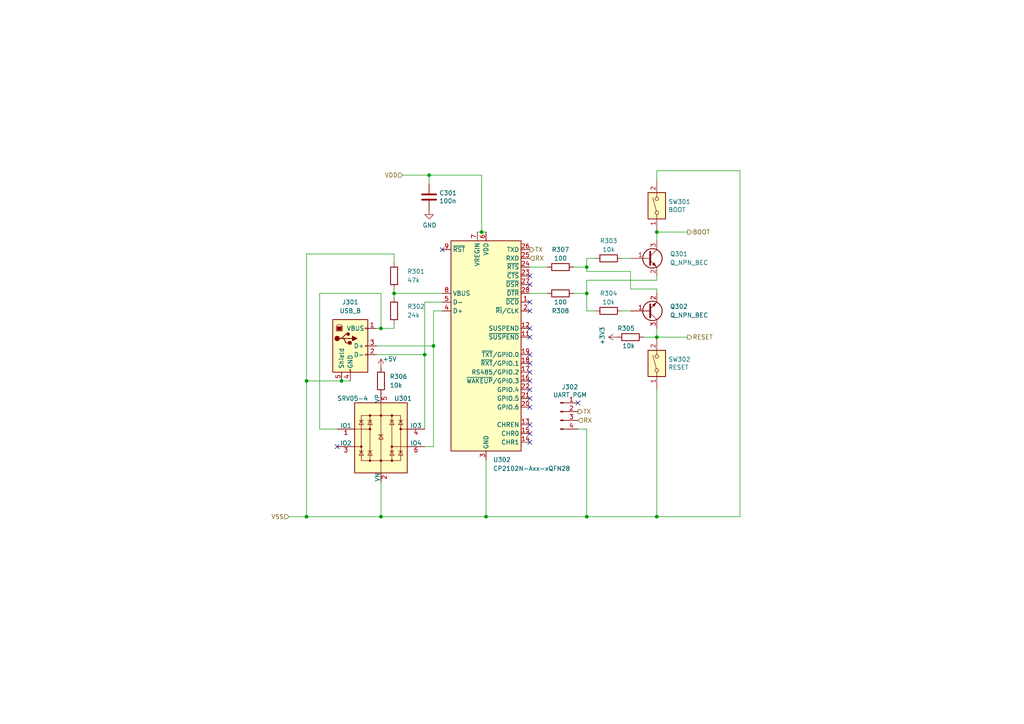
<source format=kicad_sch>
(kicad_sch (version 20211123) (generator eeschema)
  (paper "A4")
  (lib_symbols
    (symbol "Connector:Conn_01x04_Male" (pin_names (offset 1.016) hide)
      (property "Reference" "J" (at 0 5.08 0))
      (property "Value" "Conn_01x04_Male" (at 0 -7.62 0))
      (symbol "Conn_01x04_Male_1_1"
        (polyline (pts (xy 1.27 -5.08) (xy 0.8636 -5.08)) (stroke (width 0.1524)))
        (polyline (pts (xy 1.27 -2.54) (xy 0.8636 -2.54)) (stroke (width 0.1524)))
        (polyline (pts (xy 1.27 0) (xy 0.8636 0)) (stroke (width 0.1524)))
        (polyline (pts (xy 1.27 2.54) (xy 0.8636 2.54)) (stroke (width 0.1524)))
        (rectangle (start 0.8636 -4.953) (end 0 -5.207) (stroke (width 0.1524)) (fill (type outline)))
        (rectangle (start 0.8636 -2.413) (end 0 -2.667) (stroke (width 0.1524)) (fill (type outline)))
        (rectangle (start 0.8636 0.127) (end 0 -0.127) (stroke (width 0.1524)) (fill (type outline)))
        (rectangle (start 0.8636 2.667) (end 0 2.413) (stroke (width 0.1524)) (fill (type outline)))
        (pin passive line (at 5.08 2.54 180) (length 3.81) (name "Pin_1") (number "1"))
        (pin passive line (at 5.08 0 180) (length 3.81) (name "Pin_2") (number "2"))
        (pin passive line (at 5.08 -2.54 180) (length 3.81) (name "Pin_3") (number "3"))
        (pin passive line (at 5.08 -5.08 180) (length 3.81) (name "Pin_4") (number "4"))
      )
    )
    (symbol "Connector:USB_B" (pin_names (offset 1.016))
      (property "Reference" "J" (at -5.08 11.43 0))
      (property "Value" "USB_B" (at -5.08 8.89 0))
      (symbol "USB_B_0_1"
        (rectangle (start -5.08 -7.62) (end 5.08 7.62) (stroke (width 0.254)) (fill (type background)))
        (circle (center -3.81 2.159) (radius 0.635) (stroke (width 0.254)) (fill (type outline)))
        (rectangle (start -3.81 5.588) (end -2.54 4.572) (fill (type outline)))
        (circle (center -0.635 3.429) (radius 0.381) (stroke (width 0.254)) (fill (type outline)))
        (rectangle (start -0.127 -7.62) (end 0.127 -6.858))
        (polyline (pts (xy -1.905 2.159) (xy 0.635 2.159)) (stroke (width 0.254)))
        (polyline (pts (xy -3.175 2.159) (xy -2.54 2.159) (xy -1.27 3.429) (xy -0.635 3.429)) (stroke (width 0.254)))
        (polyline (pts (xy -2.54 2.159) (xy -1.905 2.159) (xy -1.27 0.889) (xy 0 0.889)) (stroke (width 0.254)))
        (polyline (pts (xy 0.635 2.794) (xy 0.635 1.524) (xy 1.905 2.159) (xy 0.635 2.794)) (stroke (width 0.254)) (fill (type outline)))
        (polyline (pts (xy -4.064 4.318) (xy -2.286 4.318) (xy -2.286 5.715) (xy -2.667 6.096) (xy -3.683 6.096) (xy -4.064 5.715) (xy -4.064 4.318)))
        (rectangle (start 0.254 1.27) (end -0.508 0.508) (stroke (width 0.254)) (fill (type outline)))
        (rectangle (start 5.08 -2.667) (end 4.318 -2.413))
        (rectangle (start 5.08 -0.127) (end 4.318 0.127))
        (rectangle (start 5.08 4.953) (end 4.318 5.207))
      )
      (symbol "USB_B_1_1"
        (pin power_out line (at 7.62 5.08 180) (length 2.54) (name "VBUS") (number "1"))
        (pin bidirectional line (at 7.62 -2.54 180) (length 2.54) (name "D-") (number "2"))
        (pin bidirectional line (at 7.62 0 180) (length 2.54) (name "D+") (number "3"))
        (pin power_out line (at 0 -10.16 90) (length 2.54) (name "GND") (number "4"))
        (pin passive line (at -2.54 -10.16 90) (length 2.54) (name "Shield") (number "5"))
      )
    )
    (symbol "Device:C" (pin_numbers hide) (pin_names (offset 0.254))
      (property "Reference" "C" (at 0.635 2.54 0))
      (property "Value" "C" (at 0.635 -2.54 0))
      (symbol "C_0_1"
        (polyline (pts (xy -2.032 -0.762) (xy 2.032 -0.762)) (stroke (width 0.508)))
        (polyline (pts (xy -2.032 0.762) (xy 2.032 0.762)) (stroke (width 0.508)))
      )
      (symbol "C_1_1"
        (pin passive line (at 0 3.81 270) (length 2.794) (name "~") (number "1"))
        (pin passive line (at 0 -3.81 90) (length 2.794) (name "~") (number "2"))
      )
    )
    (symbol "Device:Q_NPN_BEC" (pin_names (offset 0) hide)
      (property "Reference" "Q" (at 5.08 1.27 0))
      (property "Value" "Q_NPN_BEC" (at 5.08 -1.27 0))
      (symbol "Q_NPN_BEC_0_1"
        (polyline (pts (xy 0.635 0.635) (xy 2.54 2.54)))
        (polyline (pts (xy 0.635 -0.635) (xy 2.54 -2.54) (xy 2.54 -2.54)))
        (polyline (pts (xy 0.635 1.905) (xy 0.635 -1.905) (xy 0.635 -1.905)) (stroke (width 0.508)))
        (polyline (pts (xy 1.27 -1.778) (xy 1.778 -1.27) (xy 2.286 -2.286) (xy 1.27 -1.778) (xy 1.27 -1.778)) (fill (type outline)))
        (circle (center 1.27 0) (radius 2.8194) (stroke (width 0.254)))
      )
      (symbol "Q_NPN_BEC_1_1"
        (pin input line (at -5.08 0 0) (length 5.715) (name "B") (number "1"))
        (pin passive line (at 2.54 -5.08 90) (length 2.54) (name "E") (number "2"))
        (pin passive line (at 2.54 5.08 270) (length 2.54) (name "C") (number "3"))
      )
    )
    (symbol "Device:R" (pin_numbers hide) (pin_names (offset 0))
      (property "Reference" "R" (at 2.032 0 90))
      (property "Value" "R" (at 0 0 90))
      (symbol "R_0_1"
        (rectangle (start -1.016 -2.54) (end 1.016 2.54) (stroke (width 0.254)))
      )
      (symbol "R_1_1"
        (pin passive line (at 0 3.81 270) (length 1.27) (name "~") (number "1"))
        (pin passive line (at 0 -3.81 90) (length 1.27) (name "~") (number "2"))
      )
    )
    (symbol "Interface_USB:CP2102N-Axx-xQFN28"
      (property "Reference" "U" (at -8.89 31.75 0))
      (property "Value" "CP2102N-Axx-xQFN28" (at 12.7 31.75 0))
      (symbol "CP2102N-Axx-xQFN28_0_1"
        (rectangle (start -10.16 30.48) (end 10.16 -30.48) (stroke (width 0.254)) (fill (type background)))
      )
      (symbol "CP2102N-Axx-xQFN28_1_1"
        (pin input line (at 12.7 12.7 180) (length 2.54) (name "~{DCD}") (number "1"))
        (pin no_connect line (at -10.16 -27.94 0) (length 2.54) hide (name "NC") (number "10"))
        (pin output line (at 12.7 2.54 180) (length 2.54) (name "~{SUSPEND}") (number "11"))
        (pin output line (at 12.7 5.08 180) (length 2.54) (name "SUSPEND") (number "12"))
        (pin output line (at 12.7 -22.86 180) (length 2.54) (name "CHREN") (number "13"))
        (pin output line (at 12.7 -27.94 180) (length 2.54) (name "CHR1") (number "14"))
        (pin output line (at 12.7 -25.4 180) (length 2.54) (name "CHR0") (number "15"))
        (pin bidirectional line (at 12.7 -10.16 180) (length 2.54) (name "~{WAKEUP}/GPIO.3") (number "16"))
        (pin bidirectional line (at 12.7 -7.62 180) (length 2.54) (name "RS485/GPIO.2") (number "17"))
        (pin bidirectional line (at 12.7 -5.08 180) (length 2.54) (name "~{RXT}/GPIO.1") (number "18"))
        (pin bidirectional line (at 12.7 -2.54 180) (length 2.54) (name "~{TXT}/GPIO.0") (number "19"))
        (pin bidirectional line (at 12.7 10.16 180) (length 2.54) (name "~{RI}/CLK") (number "2"))
        (pin bidirectional line (at 12.7 -17.78 180) (length 2.54) (name "GPIO.6") (number "20"))
        (pin bidirectional line (at 12.7 -15.24 180) (length 2.54) (name "GPIO.5") (number "21"))
        (pin bidirectional line (at 12.7 -12.7 180) (length 2.54) (name "GPIO.4") (number "22"))
        (pin input line (at 12.7 20.32 180) (length 2.54) (name "~{CTS}") (number "23"))
        (pin output line (at 12.7 22.86 180) (length 2.54) (name "~{RTS}") (number "24"))
        (pin input line (at 12.7 25.4 180) (length 2.54) (name "RXD") (number "25"))
        (pin output line (at 12.7 27.94 180) (length 2.54) (name "TXD") (number "26"))
        (pin input line (at 12.7 17.78 180) (length 2.54) (name "~{DSR}") (number "27"))
        (pin output line (at 12.7 15.24 180) (length 2.54) (name "~{DTR}") (number "28"))
        (pin passive line (at 0 -33.02 90) (length 2.54) hide (name "GND") (number "29"))
        (pin power_in line (at 0 -33.02 90) (length 2.54) (name "GND") (number "3"))
        (pin bidirectional line (at -12.7 10.16 0) (length 2.54) (name "D+") (number "4"))
        (pin bidirectional line (at -12.7 12.7 0) (length 2.54) (name "D-") (number "5"))
        (pin power_in line (at 0 33.02 270) (length 2.54) (name "VDD") (number "6"))
        (pin power_in line (at -2.54 33.02 270) (length 2.54) (name "VREGIN") (number "7"))
        (pin input line (at -12.7 15.24 0) (length 2.54) (name "VBUS") (number "8"))
        (pin input line (at -12.7 27.94 0) (length 2.54) (name "~{RST}") (number "9"))
      )
    )
    (symbol "Power_Protection:SRV05-4" (pin_names (offset 0))
      (property "Reference" "U" (at -5.08 11.43 0))
      (property "Value" "SRV05-4" (at 2.54 11.43 0))
      (symbol "SRV05-4_0_0"
        (rectangle (start -5.715 6.477) (end 5.715 -6.604))
        (polyline (pts (xy -3.175 -6.604) (xy -3.175 6.477)))
        (polyline (pts (xy 3.175 6.477) (xy 3.175 -6.604)))
      )
      (symbol "SRV05-4_0_1"
        (rectangle (start -7.62 10.16) (end 7.62 -10.16) (stroke (width 0.254)) (fill (type background)))
        (circle (center -5.715 -2.54) (radius 0.2794) (fill (type outline)))
        (circle (center -3.175 -6.604) (radius 0.2794) (fill (type outline)))
        (circle (center -3.175 2.54) (radius 0.2794) (fill (type outline)))
        (circle (center -3.175 6.477) (radius 0.2794) (fill (type outline)))
        (circle (center 0 -6.604) (radius 0.2794) (fill (type outline)))
        (polyline (pts (xy -7.747 2.54) (xy -3.175 2.54)))
        (polyline (pts (xy -7.62 -2.54) (xy -5.715 -2.54)))
        (polyline (pts (xy -5.08 -3.81) (xy -6.35 -3.81)))
        (polyline (pts (xy -5.08 5.08) (xy -6.35 5.08)))
        (polyline (pts (xy -2.54 -3.81) (xy -3.81 -3.81)))
        (polyline (pts (xy -2.54 5.08) (xy -3.81 5.08)))
        (polyline (pts (xy 0 10.16) (xy 0 -10.16)))
        (polyline (pts (xy 3.81 -3.81) (xy 2.54 -3.81)))
        (polyline (pts (xy 3.81 5.08) (xy 2.54 5.08)))
        (polyline (pts (xy 6.35 -3.81) (xy 5.08 -3.81)))
        (polyline (pts (xy 6.35 5.08) (xy 5.08 5.08)))
        (polyline (pts (xy 7.62 -2.54) (xy 3.175 -2.54)))
        (polyline (pts (xy 7.62 2.54) (xy 5.715 2.54)))
        (polyline (pts (xy 0.635 0.889) (xy -0.635 0.889) (xy -0.635 0.635)))
        (polyline (pts (xy -5.08 -5.08) (xy -6.35 -5.08) (xy -5.715 -3.81) (xy -5.08 -5.08)))
        (polyline (pts (xy -5.08 3.81) (xy -6.35 3.81) (xy -5.715 5.08) (xy -5.08 3.81)))
        (polyline (pts (xy -2.54 -5.08) (xy -3.81 -5.08) (xy -3.175 -3.81) (xy -2.54 -5.08)))
        (polyline (pts (xy -2.54 3.81) (xy -3.81 3.81) (xy -3.175 5.08) (xy -2.54 3.81)))
        (polyline (pts (xy 0.635 -0.381) (xy -0.635 -0.381) (xy 0 0.889) (xy 0.635 -0.381)))
        (polyline (pts (xy 3.81 -5.08) (xy 2.54 -5.08) (xy 3.175 -3.81) (xy 3.81 -5.08)))
        (polyline (pts (xy 3.81 3.81) (xy 2.54 3.81) (xy 3.175 5.08) (xy 3.81 3.81)))
        (polyline (pts (xy 6.35 -5.08) (xy 5.08 -5.08) (xy 5.715 -3.81) (xy 6.35 -5.08)))
        (polyline (pts (xy 6.35 3.81) (xy 5.08 3.81) (xy 5.715 5.08) (xy 6.35 3.81)))
        (circle (center 0 6.477) (radius 0.2794) (fill (type outline)))
        (circle (center 3.175 -6.604) (radius 0.2794) (fill (type outline)))
        (circle (center 3.175 -2.54) (radius 0.2794) (fill (type outline)))
        (circle (center 3.175 6.477) (radius 0.2794) (fill (type outline)))
        (circle (center 5.715 2.54) (radius 0.2794) (fill (type outline)))
      )
      (symbol "SRV05-4_1_1"
        (pin passive line (at -12.7 2.54 0) (length 5.08) (name "IO1") (number "1"))
        (pin passive line (at 0 -12.7 90) (length 2.54) (name "VN") (number "2"))
        (pin passive line (at -12.7 -2.54 0) (length 5.08) (name "IO2") (number "3"))
        (pin passive line (at 12.7 2.54 180) (length 5.08) (name "IO3") (number "4"))
        (pin passive line (at 0 12.7 270) (length 2.54) (name "VP") (number "5"))
        (pin passive line (at 12.7 -2.54 180) (length 5.08) (name "IO4") (number "6"))
      )
    )
    (symbol "Switch:SW_DIP_x01" (pin_names (offset 0) hide)
      (property "Reference" "SW" (at 0 3.81 0))
      (property "Value" "SW_DIP_x01" (at 0 -3.81 0))
      (symbol "SW_DIP_x01_0_0"
        (circle (center -2.032 0) (radius 0.508))
        (polyline (pts (xy -1.524 0.127) (xy 2.3622 1.1684)))
        (circle (center 2.032 0) (radius 0.508))
      )
      (symbol "SW_DIP_x01_0_1"
        (rectangle (start -3.81 2.54) (end 3.81 -2.54) (stroke (width 0.254)) (fill (type background)))
      )
      (symbol "SW_DIP_x01_1_1"
        (pin passive line (at -7.62 0 0) (length 5.08) (name "~") (number "1"))
        (pin passive line (at 7.62 0 180) (length 5.08) (name "~") (number "2"))
      )
    )
    (symbol "power:+3V3" (power) (pin_names (offset 0))
      (property "Value" "+3V3" (at 0 3.556 0))
      (symbol "+3V3_0_1"
        (polyline (pts (xy -0.762 1.27) (xy 0 2.54)))
        (polyline (pts (xy 0 0) (xy 0 2.54)))
        (polyline (pts (xy 0 2.54) (xy 0.762 1.27)))
      )
      (symbol "+3V3_1_1"
        (pin power_in line (at 0 0 90) (length 0) hide (name "+3V3") (number "1"))
      )
    )
    (symbol "power:+5V" (power) (pin_names (offset 0))
      (property "Value" "+5V" (at 0 3.556 0))
      (symbol "+5V_0_1"
        (polyline (pts (xy -0.762 1.27) (xy 0 2.54)))
        (polyline (pts (xy 0 0) (xy 0 2.54)))
        (polyline (pts (xy 0 2.54) (xy 0.762 1.27)))
      )
      (symbol "+5V_1_1"
        (pin power_in line (at 0 0 90) (length 0) hide (name "+5V") (number "1"))
      )
    )
    (symbol "power:GND" (power) (pin_names (offset 0))
      (property "Value" "GND" (at 0 -3.81 0))
      (symbol "GND_0_1"
        (polyline (pts (xy 0 0) (xy 0 -1.27) (xy 1.27 -1.27) (xy 0 -2.54) (xy -1.27 -1.27) (xy 0 -1.27)))
      )
      (symbol "GND_1_1"
        (pin power_in line (at 0 0 270) (length 0) hide (name "GND") (number "1"))
      )
    )
  )
  (junction (at 190.5 149.86))
  (junction (at 99.06 110.49))
  (junction (at 190.5 67.31))
  (junction (at 170.18 77.47))
  (junction (at 139.7 67.31))
  (junction (at 110.49 149.86))
  (junction (at 190.5 97.79))
  (junction (at 124.46 50.8))
  (junction (at 123.19 102.87))
  (junction (at 114.3 85.09))
  (junction (at 125.73 100.33))
  (junction (at 140.97 149.86))
  (junction (at 110.49 95.25))
  (junction (at 170.18 85.09))
  (junction (at 170.18 149.86))
  (junction (at 88.9 149.86))
  (junction (at 88.9 110.49))
  (no_connect (at 153.67 110.49))
  (no_connect (at 153.67 80.01))
  (no_connect (at 167.64 116.84))
  (no_connect (at 153.67 125.73))
  (no_connect (at 153.67 95.25))
  (no_connect (at 153.67 115.57))
  (no_connect (at 128.27 72.39))
  (no_connect (at 153.67 113.03))
  (no_connect (at 153.67 90.17))
  (no_connect (at 153.67 107.95))
  (no_connect (at 153.67 128.27))
  (no_connect (at 153.67 118.11))
  (no_connect (at 153.67 102.87))
  (no_connect (at 153.67 97.79))
  (no_connect (at 153.67 123.19))
  (no_connect (at 153.67 82.55))
  (no_connect (at 153.67 105.41))
  (no_connect (at 153.67 87.63))
  (no_connect (at 97.79 129.54))
  (wire (pts (xy 97.79 124.46) (xy 92.71 124.46)))
  (wire (pts (xy 190.5 49.53) (xy 214.63 49.53)))
  (wire (pts (xy 170.18 81.28) (xy 170.18 85.09)))
  (wire (pts (xy 114.3 85.09) (xy 128.27 85.09)))
  (wire (pts (xy 170.18 74.93) (xy 170.18 77.47)))
  (wire (pts (xy 139.7 67.31) (xy 139.7 50.8)))
  (wire (pts (xy 83.82 149.86) (xy 88.9 149.86)))
  (wire (pts (xy 140.97 149.86) (xy 170.18 149.86)))
  (wire (pts (xy 190.5 80.01) (xy 190.5 81.28)))
  (wire (pts (xy 214.63 49.53) (xy 214.63 149.86)))
  (wire (pts (xy 123.19 102.87) (xy 123.19 124.46)))
  (wire (pts (xy 110.49 149.86) (xy 140.97 149.86)))
  (wire (pts (xy 190.5 83.82) (xy 182.88 83.82)))
  (wire (pts (xy 139.7 50.8) (xy 124.46 50.8)))
  (wire (pts (xy 123.19 102.87) (xy 109.22 102.87)))
  (wire (pts (xy 170.18 149.86) (xy 190.5 149.86)))
  (wire (pts (xy 110.49 85.09) (xy 110.49 95.25)))
  (wire (pts (xy 114.3 85.09) (xy 114.3 86.36)))
  (wire (pts (xy 170.18 74.93) (xy 172.72 74.93)))
  (wire (pts (xy 153.67 85.09) (xy 158.75 85.09)))
  (wire (pts (xy 99.06 110.49) (xy 88.9 110.49)))
  (wire (pts (xy 186.69 97.79) (xy 190.5 97.79)))
  (wire (pts (xy 114.3 76.2) (xy 114.3 73.66)))
  (wire (pts (xy 114.3 95.25) (xy 114.3 93.98)))
  (wire (pts (xy 125.73 100.33) (xy 109.22 100.33)))
  (wire (pts (xy 190.5 67.31) (xy 199.39 67.31)))
  (wire (pts (xy 214.63 149.86) (xy 190.5 149.86)))
  (wire (pts (xy 88.9 73.66) (xy 88.9 110.49)))
  (wire (pts (xy 190.5 52.07) (xy 190.5 49.53)))
  (wire (pts (xy 138.43 67.31) (xy 139.7 67.31)))
  (wire (pts (xy 180.34 90.17) (xy 182.88 90.17)))
  (wire (pts (xy 190.5 85.09) (xy 190.5 83.82)))
  (wire (pts (xy 128.27 87.63) (xy 123.19 87.63)))
  (wire (pts (xy 114.3 83.82) (xy 114.3 85.09)))
  (wire (pts (xy 88.9 110.49) (xy 88.9 149.86)))
  (wire (pts (xy 128.27 90.17) (xy 125.73 90.17)))
  (wire (pts (xy 92.71 124.46) (xy 92.71 85.09)))
  (wire (pts (xy 110.49 149.86) (xy 110.49 139.7)))
  (wire (pts (xy 180.34 74.93) (xy 182.88 74.93)))
  (wire (pts (xy 166.37 85.09) (xy 170.18 85.09)))
  (wire (pts (xy 116.84 50.8) (xy 124.46 50.8)))
  (wire (pts (xy 190.5 81.28) (xy 170.18 81.28)))
  (wire (pts (xy 124.46 50.8) (xy 124.46 53.34)))
  (wire (pts (xy 190.5 149.86) (xy 190.5 113.03)))
  (wire (pts (xy 123.19 129.54) (xy 125.73 129.54)))
  (wire (pts (xy 114.3 73.66) (xy 88.9 73.66)))
  (wire (pts (xy 170.18 90.17) (xy 172.72 90.17)))
  (wire (pts (xy 110.49 95.25) (xy 114.3 95.25)))
  (wire (pts (xy 190.5 67.31) (xy 190.5 69.85)))
  (wire (pts (xy 170.18 85.09) (xy 170.18 90.17)))
  (wire (pts (xy 125.73 90.17) (xy 125.73 100.33)))
  (wire (pts (xy 190.5 95.25) (xy 190.5 97.79)))
  (wire (pts (xy 139.7 67.31) (xy 140.97 67.31)))
  (wire (pts (xy 182.88 78.74) (xy 170.18 78.74)))
  (wire (pts (xy 140.97 149.86) (xy 140.97 133.35)))
  (wire (pts (xy 170.18 77.47) (xy 170.18 78.74)))
  (wire (pts (xy 99.06 110.49) (xy 101.6 110.49)))
  (wire (pts (xy 170.18 124.46) (xy 167.64 124.46)))
  (wire (pts (xy 190.5 97.79) (xy 199.39 97.79)))
  (wire (pts (xy 123.19 87.63) (xy 123.19 102.87)))
  (wire (pts (xy 109.22 95.25) (xy 110.49 95.25)))
  (wire (pts (xy 182.88 83.82) (xy 182.88 78.74)))
  (wire (pts (xy 125.73 129.54) (xy 125.73 100.33)))
  (wire (pts (xy 170.18 149.86) (xy 170.18 124.46)))
  (wire (pts (xy 166.37 77.47) (xy 170.18 77.47)))
  (wire (pts (xy 92.71 85.09) (xy 110.49 85.09)))
  (wire (pts (xy 88.9 149.86) (xy 110.49 149.86)))
  (wire (pts (xy 153.67 77.47) (xy 158.75 77.47)))
  (hierarchical_label "RESET" (shape output) (at 199.39 97.79 0))
  (hierarchical_label "RX" (shape input) (at 167.64 121.92 0))
  (hierarchical_label "RX" (shape input) (at 153.67 74.93 0))
  (hierarchical_label "TX" (shape output) (at 167.64 119.38 0))
  (hierarchical_label "TX" (shape output) (at 153.67 72.39 0))
  (hierarchical_label "VSS" (shape input) (at 83.82 149.86 180))
  (hierarchical_label "VDD" (shape input) (at 116.84 50.8 180))
  (hierarchical_label "BOOT" (shape output) (at 199.39 67.31 0))
  (symbol (lib_id "Device:R") (at 182.88 97.79 90) (unit 1)
    (property "Reference" "R305" (at 184.15 95.25 90) (effects (justify left)))
    (property "Value" "10k" (at 184.15 100.33 90) (effects (justify left)))
    (property "Footprint" "Resistor_SMD:R_0603_1608Metric" (effects hide))
    (property "LCSC" "C17902" (effects hide))
  )
  (symbol (lib_id "Device:R") (at 176.53 90.17 90) (unit 1)
    (property "Reference" "R304" (at 176.53 85.09 90))
    (property "Value" "10k" (at 176.53 87.63 90))
    (property "Footprint" "Resistor_SMD:R_0603_1608Metric" (effects hide))
  )
  (symbol (lib_id "Device:Q_NPN_BEC") (at 187.96 90.17 0) (mirror x) (unit 1)
    (property "Reference" "Q302" (at 194.31 88.8999 0) (effects (justify left)))
    (property "Value" "Q_NPN_BEC" (at 194.31 91.4399 0) (effects (justify left)))
    (property "Footprint" "Package_TO_SOT_SMD:SOT-23" (effects hide))
  )
  (symbol (lib_id "Device:R") (at 176.53 74.93 90) (unit 1)
    (property "Reference" "R303" (at 176.53 69.85 90))
    (property "Value" "10k" (at 176.53 72.39 90))
    (property "Footprint" "Resistor_SMD:R_0603_1608Metric" (effects hide))
  )
  (symbol (lib_id "Switch:SW_DIP_x01") (at 190.5 59.69 90) (unit 1)
    (property "Reference" "SW301" (at 193.802 58.5216 90) (effects (justify right)))
    (property "Value" "BOOT" (at 193.802 60.833 90) (effects (justify right)))
    (property "Footprint" "Button_Switch_THT:SW_PUSH_6mm" (effects hide))
  )
  (symbol (lib_id "Device:R") (at 162.56 85.09 90) (unit 1)
    (property "Reference" "R308" (at 162.56 90.17 90))
    (property "Value" "100" (at 162.56 87.63 90))
    (property "Footprint" "Resistor_SMD:R_0603_1608Metric" (effects hide))
  )
  (symbol (lib_id "power:GND") (at 124.46 60.96 0) (unit 1)
    (property "Reference" "#PWR0302" (effects hide))
    (property "Value" "GND" (at 124.587 65.3542 0))
  )
  (symbol (lib_id "power:+3V3") (at 179.07 97.79 90) (unit 1)
    (property "Reference" "#PWR0303" (effects hide))
    (property "Value" "+3V3" (at 174.6758 97.409 0))
  )
  (symbol (lib_id "Interface_USB:CP2102N-Axx-xQFN28") (at 140.97 100.33 0) (unit 1)
    (property "Reference" "U302" (at 142.9894 133.35 0) (effects (justify left)))
    (property "Value" "CP2102N-Axx-xQFN28" (at 142.9894 135.89 0) (effects (justify left)))
    (property "Footprint" "Package_DFN_QFN:QFN-28-1EP_5x5mm_P0.5mm_EP3.35x3.35mm" (effects hide))
    (property "Datasheet" "https://www.silabs.com/documents/public/data-sheets/cp2102n-datasheet.pdf" (effects hide))
  )
  (symbol (lib_id "Connector:Conn_01x04_Male") (at 162.56 119.38 0) (unit 1)
    (property "Reference" "J302" (at 165.3032 112.2426 0))
    (property "Value" "UART PGM" (at 165.3032 114.554 0))
    (property "Footprint" "Connector_Molex:Molex_KK-254_AE-6410-04A_1x04_P2.54mm_Vertical" (effects hide))
  )
  (symbol (lib_id "Device:Q_NPN_BEC") (at 187.96 74.93 0) (unit 1)
    (property "Reference" "Q301" (at 194.31 73.6599 0) (effects (justify left)))
    (property "Value" "Q_NPN_BEC" (at 194.31 76.1999 0) (effects (justify left)))
    (property "Footprint" "Package_TO_SOT_SMD:SOT-23" (effects hide))
  )
  (symbol (lib_id "Device:R") (at 162.56 77.47 90) (unit 1)
    (property "Reference" "R307" (at 162.56 72.39 90))
    (property "Value" "100" (at 162.56 74.93 90))
    (property "Footprint" "Resistor_SMD:R_0603_1608Metric" (effects hide))
  )
  (symbol (lib_id "Device:R") (at 110.49 110.49 0) (unit 1)
    (property "Reference" "R306" (at 113.03 109.2199 0) (effects (justify left)))
    (property "Value" "10k" (at 113.03 111.7599 0) (effects (justify left)))
    (property "Footprint" "Resistor_SMD:R_0603_1608Metric" (effects hide))
  )
  (symbol (lib_id "Switch:SW_DIP_x01") (at 190.5 105.41 90) (unit 1)
    (property "Reference" "SW302" (at 193.802 104.2416 90) (effects (justify right)))
    (property "Value" "RESET" (at 193.802 106.553 90) (effects (justify right)))
    (property "Footprint" "Button_Switch_THT:SW_PUSH_6mm" (effects hide))
  )
  (symbol (lib_id "Device:R") (at 114.3 80.01 180) (unit 1)
    (property "Reference" "R301" (at 118.11 78.7399 0) (effects (justify right)))
    (property "Value" "47k" (at 118.11 81.2799 0) (effects (justify right)))
    (property "Footprint" "Resistor_SMD:R_0603_1608Metric" (effects hide))
  )
  (symbol (lib_id "Connector:USB_B") (at 101.6 100.33 0) (unit 1)
    (property "Reference" "J301" (at 101.6 87.63 0))
    (property "Value" "USB_B" (at 101.6 90.17 0))
    (property "Footprint" "Connector_USB:USB_B_TE_5787834_Vertical" (effects hide))
    (property "Datasheet" " ~" (effects hide))
  )
  (symbol (lib_id "Device:R") (at 114.3 90.17 180) (unit 1)
    (property "Reference" "R302" (at 118.11 88.8999 0) (effects (justify right)))
    (property "Value" "24k" (at 118.11 91.4399 0) (effects (justify right)))
    (property "Footprint" "Resistor_SMD:R_0603_1608Metric" (effects hide))
  )
  (symbol (lib_id "Device:C") (at 124.46 57.15 0) (unit 1)
    (property "Reference" "C301" (at 127.381 55.9816 0) (effects (justify left)))
    (property "Value" "100n" (at 127.381 58.293 0) (effects (justify left)))
    (property "Footprint" "Capacitor_SMD:C_0805_2012Metric" (effects hide))
    (property "LCSC" "C28233" (effects hide))
  )
  (symbol (lib_id "power:+5V") (at 110.49 106.68 0) (unit 1)
    (property "Reference" "#PWR0301" (effects hide))
    (property "Value" "+5V" (at 113.03 104.14 0))
  )
  (symbol (lib_id "Power_Protection:SRV05-4") (at 110.49 127 0) (unit 1)
    (property "Reference" "U301" (at 114.3 115.57 0) (effects (justify left)))
    (property "Value" "SRV05-4" (at 97.79 115.57 0) (effects (justify left)))
    (property "Footprint" "Package_TO_SOT_SMD:SOT-23-6" (effects hide))
    (property "Datasheet" "http://www.onsemi.com/pub/Collateral/SRV05-4-D.PDF" (effects hide))
  )
)
</source>
